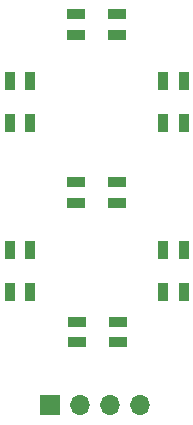
<source format=gts>
G04 #@! TF.GenerationSoftware,KiCad,Pcbnew,8.0.3*
G04 #@! TF.CreationDate,2025-03-14T18:24:52+01:00*
G04 #@! TF.ProjectId,Nixie,4e697869-652e-46b6-9963-61645f706362,rev?*
G04 #@! TF.SameCoordinates,Original*
G04 #@! TF.FileFunction,Soldermask,Top*
G04 #@! TF.FilePolarity,Negative*
%FSLAX46Y46*%
G04 Gerber Fmt 4.6, Leading zero omitted, Abs format (unit mm)*
G04 Created by KiCad (PCBNEW 8.0.3) date 2025-03-14 18:24:52*
%MOMM*%
%LPD*%
G01*
G04 APERTURE LIST*
%ADD10R,0.850000X1.600000*%
%ADD11R,1.600000X0.850000*%
%ADD12R,1.700000X1.700000*%
%ADD13O,1.700000X1.700000*%
G04 APERTURE END LIST*
D10*
X69875000Y-67350000D03*
X68125000Y-67350000D03*
X68125000Y-70850000D03*
X69875000Y-70850000D03*
X81125000Y-56550000D03*
X82875000Y-56550000D03*
X82875000Y-53050000D03*
X81125000Y-53050000D03*
D11*
X77250000Y-49125000D03*
X77250000Y-47375000D03*
X73750000Y-47375000D03*
X73750000Y-49125000D03*
D10*
X69875000Y-53050000D03*
X68125000Y-53050000D03*
X68125000Y-56550000D03*
X69875000Y-56550000D03*
D11*
X77300000Y-75125000D03*
X77300000Y-73375000D03*
X73800000Y-73375000D03*
X73800000Y-75125000D03*
D10*
X81125000Y-70850000D03*
X82875000Y-70850000D03*
X82875000Y-67350000D03*
X81125000Y-67350000D03*
D11*
X73750000Y-61575000D03*
X73750000Y-63325000D03*
X77250000Y-63325000D03*
X77250000Y-61575000D03*
D12*
X71580000Y-80425000D03*
D13*
X74120000Y-80425000D03*
X76660000Y-80425000D03*
X79200000Y-80425000D03*
M02*

</source>
